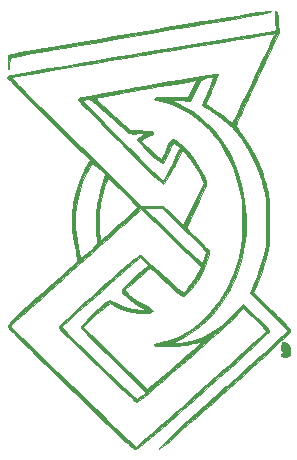
<source format=gbr>
G04 #@! TF.FileFunction,Legend,Bot*
%FSLAX46Y46*%
G04 Gerber Fmt 4.6, Leading zero omitted, Abs format (unit mm)*
G04 Created by KiCad (PCBNEW 4.0.2+dfsg1-stable) date Sun 24 Sep 2017 09:19:22 PM CDT*
%MOMM*%
G01*
G04 APERTURE LIST*
%ADD10C,0.100000*%
%ADD11C,0.010000*%
G04 APERTURE END LIST*
D10*
D11*
G36*
X57139118Y-97852229D02*
X57230827Y-97966216D01*
X57434767Y-98189433D01*
X57742011Y-98512810D01*
X58143634Y-98927279D01*
X58630710Y-99423769D01*
X59194313Y-99993210D01*
X59825518Y-100626532D01*
X60515397Y-101314667D01*
X61255027Y-102048543D01*
X61756663Y-102544243D01*
X64104002Y-104860154D01*
X63731700Y-105549910D01*
X63275263Y-106508614D01*
X62948884Y-107467313D01*
X62742918Y-108466084D01*
X62647718Y-109545005D01*
X62638498Y-110092000D01*
X62652145Y-110735755D01*
X62693310Y-111280070D01*
X62768619Y-111793543D01*
X62834824Y-112124000D01*
X62917809Y-112513403D01*
X62988933Y-112860246D01*
X63039052Y-113119196D01*
X63056847Y-113224666D01*
X63051039Y-113294469D01*
X63008116Y-113384196D01*
X62916095Y-113505706D01*
X62762990Y-113670862D01*
X62536816Y-113891525D01*
X62225589Y-114179554D01*
X61817325Y-114546813D01*
X61300038Y-115005161D01*
X60918119Y-115341333D01*
X60068864Y-116090078D01*
X59342666Y-116735840D01*
X58733069Y-117284726D01*
X58233616Y-117742842D01*
X57837850Y-118116293D01*
X57539317Y-118411185D01*
X57331559Y-118633624D01*
X57208120Y-118789716D01*
X57162543Y-118885566D01*
X57161999Y-118893547D01*
X57222352Y-118990020D01*
X57398563Y-119195503D01*
X57683365Y-119502759D01*
X58069490Y-119904553D01*
X58549670Y-120393645D01*
X59116638Y-120962800D01*
X59763125Y-121604780D01*
X60481863Y-122312349D01*
X61265586Y-123078267D01*
X62107024Y-123895300D01*
X62998910Y-124756209D01*
X63933976Y-125653758D01*
X64360007Y-126061092D01*
X65100210Y-126767324D01*
X65728321Y-127364876D01*
X66254164Y-127862588D01*
X66687565Y-128269296D01*
X67038346Y-128593839D01*
X67316333Y-128845055D01*
X67531350Y-129031781D01*
X67693221Y-129162855D01*
X67811770Y-129247116D01*
X67896822Y-129293401D01*
X67958201Y-129310548D01*
X67973001Y-129311333D01*
X68040018Y-129301562D01*
X68126726Y-129265533D01*
X68245598Y-129193171D01*
X68409110Y-129074403D01*
X68629735Y-128899154D01*
X68919949Y-128657350D01*
X69292227Y-128338917D01*
X69759042Y-127933780D01*
X70332869Y-127431867D01*
X70708666Y-127102080D01*
X71917156Y-126039249D01*
X73051795Y-125038373D01*
X74107895Y-124103677D01*
X75080768Y-123239389D01*
X75965725Y-122449735D01*
X76758078Y-121738944D01*
X77453140Y-121111241D01*
X78046221Y-120570854D01*
X78532633Y-120122010D01*
X78907688Y-119768936D01*
X79166698Y-119515860D01*
X79304975Y-119367007D01*
X79327919Y-119330797D01*
X79285130Y-119216386D01*
X79129539Y-119014888D01*
X78855904Y-118720466D01*
X78458979Y-118327279D01*
X78230298Y-118108556D01*
X77107091Y-117043350D01*
X76299712Y-117872217D01*
X75945388Y-118224604D01*
X75575231Y-118573650D01*
X75232793Y-118879355D01*
X74961624Y-119101718D01*
X74958563Y-119104032D01*
X74297137Y-119520556D01*
X73516574Y-119872991D01*
X72659824Y-120146257D01*
X71769838Y-120325273D01*
X71343666Y-120373278D01*
X71039960Y-120397031D01*
X70887815Y-120401935D01*
X70870076Y-120383606D01*
X70969590Y-120337661D01*
X71062143Y-120301337D01*
X72117043Y-119811559D01*
X73092432Y-119188020D01*
X74007114Y-118417778D01*
X74453805Y-117966945D01*
X75258814Y-116984837D01*
X75939383Y-115893738D01*
X76491271Y-114703931D01*
X76910238Y-113425697D01*
X77192045Y-112069318D01*
X77307922Y-111046304D01*
X77337976Y-109615426D01*
X77214232Y-108206720D01*
X76940941Y-106837061D01*
X76522351Y-105523320D01*
X75962712Y-104282372D01*
X75342702Y-103242812D01*
X74641561Y-102337208D01*
X73826009Y-101516816D01*
X72925007Y-100806304D01*
X71967516Y-100230339D01*
X71597666Y-100053121D01*
X70920333Y-99751291D01*
X71767000Y-99798093D01*
X72613666Y-99844895D01*
X73017989Y-99003338D01*
X73194042Y-98648558D01*
X73355837Y-98343335D01*
X73482928Y-98125080D01*
X73544956Y-98039138D01*
X73679443Y-97968411D01*
X73906948Y-97900264D01*
X74167929Y-97846363D01*
X74402842Y-97818372D01*
X74552144Y-97827955D01*
X74569905Y-97838349D01*
X74551727Y-97925742D01*
X74474544Y-98139061D01*
X74349462Y-98450093D01*
X74187583Y-98830628D01*
X74108272Y-99011207D01*
X73933300Y-99415360D01*
X73790048Y-99764522D01*
X73689765Y-100029788D01*
X73643698Y-100182257D01*
X73643328Y-100205889D01*
X73729357Y-100274392D01*
X73925744Y-100402100D01*
X74195280Y-100565163D01*
X74290040Y-100620416D01*
X75261311Y-101279073D01*
X76139112Y-102077076D01*
X76921077Y-103011034D01*
X77604840Y-104077557D01*
X78188034Y-105273252D01*
X78668294Y-106594731D01*
X78817930Y-107109379D01*
X78887767Y-107373074D01*
X78941457Y-107605944D01*
X78981154Y-107835850D01*
X79009016Y-108090652D01*
X79027196Y-108398212D01*
X79037851Y-108786391D01*
X79043137Y-109283050D01*
X79045207Y-109916051D01*
X79045409Y-110049666D01*
X79048333Y-112166333D01*
X78776670Y-113143783D01*
X78639678Y-113607893D01*
X78484897Y-114087074D01*
X78334297Y-114515247D01*
X78241792Y-114752450D01*
X78094358Y-115109299D01*
X77952586Y-115457940D01*
X77845256Y-115727547D01*
X77838465Y-115745010D01*
X77698355Y-116106353D01*
X79289568Y-117699222D01*
X80880781Y-119292090D01*
X79922224Y-120180493D01*
X79667126Y-120414781D01*
X79302341Y-120746732D01*
X78844556Y-121161302D01*
X78310460Y-121643447D01*
X77716742Y-122178124D01*
X77080089Y-122750289D01*
X76417190Y-123344898D01*
X75744733Y-123946907D01*
X75661666Y-124021186D01*
X74663789Y-124913622D01*
X73785234Y-125700065D01*
X73018899Y-126387176D01*
X72357681Y-126981616D01*
X71794479Y-127490045D01*
X71322191Y-127919123D01*
X70933714Y-128275512D01*
X70621947Y-128565871D01*
X70379787Y-128796862D01*
X70200132Y-128975145D01*
X70075880Y-129107380D01*
X69999930Y-129200228D01*
X69965178Y-129260350D01*
X69964522Y-129294406D01*
X69990862Y-129309056D01*
X70020817Y-129311333D01*
X70094992Y-129256538D01*
X70283609Y-129099041D01*
X70575028Y-128849168D01*
X70957605Y-128517249D01*
X71419698Y-128113612D01*
X71949666Y-127648585D01*
X72535864Y-127132498D01*
X73166652Y-126575678D01*
X73830387Y-125988454D01*
X74515426Y-125381155D01*
X75210127Y-124764109D01*
X75902848Y-124147644D01*
X76581946Y-123542088D01*
X77235779Y-122957772D01*
X77852705Y-122405022D01*
X78421081Y-121894167D01*
X78929265Y-121435537D01*
X79365614Y-121039458D01*
X79718487Y-120716261D01*
X79917344Y-120531663D01*
X80268498Y-120198562D01*
X80578522Y-119896553D01*
X80824889Y-119648210D01*
X80985072Y-119476101D01*
X81033970Y-119412862D01*
X81054857Y-119233815D01*
X80958999Y-119032971D01*
X80855151Y-118908034D01*
X80648346Y-118686308D01*
X80358205Y-118387832D01*
X80004349Y-118032644D01*
X79606398Y-117640781D01*
X79389589Y-117430175D01*
X77973432Y-116061000D01*
X78271802Y-115369593D01*
X78608120Y-114514811D01*
X78899599Y-113625560D01*
X79126049Y-112767381D01*
X79226628Y-112269927D01*
X79275754Y-111939156D01*
X79309405Y-111586841D01*
X79328754Y-111180667D01*
X79334978Y-110688316D01*
X79329251Y-110077472D01*
X79321196Y-109668666D01*
X79306111Y-109052667D01*
X79289444Y-108572467D01*
X79267554Y-108194542D01*
X79236802Y-107885371D01*
X79193550Y-107611432D01*
X79134158Y-107339201D01*
X79054987Y-107035156D01*
X79022480Y-106917000D01*
X78904561Y-106501088D01*
X78788252Y-106107288D01*
X78688986Y-105787022D01*
X78635025Y-105626069D01*
X78463443Y-105213018D01*
X78218651Y-104708392D01*
X77925887Y-104158392D01*
X77610386Y-103609219D01*
X77297386Y-103107075D01*
X77104128Y-102823432D01*
X76882384Y-102511238D01*
X76695087Y-102244612D01*
X76565765Y-102057216D01*
X76521412Y-101989666D01*
X76513787Y-101953407D01*
X76523675Y-101887535D01*
X76555897Y-101781354D01*
X76615274Y-101624170D01*
X76706628Y-101405289D01*
X76834779Y-101114015D01*
X77004549Y-100739655D01*
X77220758Y-100271512D01*
X77488229Y-99698893D01*
X77811782Y-99011103D01*
X78196238Y-98197448D01*
X78646419Y-97247231D01*
X78906013Y-96699975D01*
X80178465Y-94018284D01*
X80087898Y-93122808D01*
X80039356Y-92700799D01*
X79991940Y-92425742D01*
X79940381Y-92275376D01*
X79879408Y-92227440D01*
X79875880Y-92227333D01*
X79820844Y-92253155D01*
X79791384Y-92349619D01*
X79785329Y-92545226D01*
X79800508Y-92868474D01*
X79812982Y-93053237D01*
X79871536Y-93879141D01*
X79744119Y-93900299D01*
X79744119Y-94131447D01*
X79768000Y-94149735D01*
X79732892Y-94232721D01*
X79632236Y-94453741D01*
X79473028Y-94797822D01*
X79262265Y-95249990D01*
X79006945Y-95795275D01*
X78714065Y-96418702D01*
X78390621Y-97105300D01*
X78043613Y-97840096D01*
X78020815Y-97888308D01*
X77670996Y-98626922D01*
X77342213Y-99318934D01*
X77041718Y-99949238D01*
X76776762Y-100502725D01*
X76554596Y-100964288D01*
X76382471Y-101318821D01*
X76267638Y-101551216D01*
X76217348Y-101646366D01*
X76216605Y-101647309D01*
X76130090Y-101626859D01*
X75946664Y-101517883D01*
X75698962Y-101340902D01*
X75571956Y-101241935D01*
X75220994Y-100975528D01*
X74836640Y-100705579D01*
X74494786Y-100485119D01*
X74455166Y-100461533D01*
X74196744Y-100300086D01*
X74008279Y-100163841D01*
X73926834Y-100079862D01*
X73926000Y-100075110D01*
X73958536Y-99973361D01*
X74047593Y-99748316D01*
X74180345Y-99431164D01*
X74343965Y-99053089D01*
X74380165Y-98970868D01*
X74554965Y-98570914D01*
X74708188Y-98212735D01*
X74824743Y-97932142D01*
X74889541Y-97764942D01*
X74893871Y-97751833D01*
X74913889Y-97704509D01*
X74936502Y-97662047D01*
X74951756Y-97625849D01*
X74949699Y-97597317D01*
X74920379Y-97577856D01*
X74853844Y-97568867D01*
X74740141Y-97571753D01*
X74569319Y-97587918D01*
X74331424Y-97618764D01*
X74016506Y-97665694D01*
X73614610Y-97730110D01*
X73120516Y-97812626D01*
X73120516Y-98085692D01*
X73124344Y-98086303D01*
X73100543Y-98167971D01*
X73015940Y-98366578D01*
X72885659Y-98647708D01*
X72796929Y-98831333D01*
X72444333Y-99551000D01*
X71087478Y-99519456D01*
X70566472Y-99509567D01*
X70189216Y-99509025D01*
X69930295Y-99519576D01*
X69764297Y-99542967D01*
X69665808Y-99580946D01*
X69620763Y-99620287D01*
X69571100Y-99709192D01*
X69632215Y-99762647D01*
X69832977Y-99805719D01*
X69834618Y-99805989D01*
X70806458Y-100045924D01*
X71771675Y-100436314D01*
X72699857Y-100959962D01*
X73560595Y-101599669D01*
X74323478Y-102338238D01*
X74335123Y-102351212D01*
X75047126Y-103260402D01*
X75675322Y-104295022D01*
X76206346Y-105426516D01*
X76626829Y-106626326D01*
X76923408Y-107865898D01*
X76927941Y-107890666D01*
X76986814Y-108343207D01*
X77026695Y-108919139D01*
X77047643Y-109573592D01*
X77049716Y-110261698D01*
X77032971Y-110938589D01*
X76997468Y-111559397D01*
X76943265Y-112079253D01*
X76922330Y-112214913D01*
X76649805Y-113406807D01*
X76251040Y-114566708D01*
X75738914Y-115673000D01*
X75126305Y-116704063D01*
X74426092Y-117638280D01*
X73651153Y-118454033D01*
X72814368Y-119129701D01*
X72795034Y-119143053D01*
X72321805Y-119429190D01*
X71752118Y-119713793D01*
X71154177Y-119966448D01*
X70596183Y-120156744D01*
X70412333Y-120205540D01*
X70014316Y-120301492D01*
X69755854Y-120368469D01*
X69611683Y-120416346D01*
X69556543Y-120454998D01*
X69565172Y-120494301D01*
X69593697Y-120525564D01*
X69718292Y-120559907D01*
X70003212Y-120579486D01*
X70440073Y-120584036D01*
X71020488Y-120573291D01*
X71062720Y-120572065D01*
X71615537Y-120552411D01*
X72037117Y-120527639D01*
X72365556Y-120492971D01*
X72638951Y-120443630D01*
X72895398Y-120374840D01*
X73058166Y-120321838D01*
X73348497Y-120225805D01*
X73564707Y-120159950D01*
X73668194Y-120135874D01*
X73672000Y-120137339D01*
X73611323Y-120199147D01*
X73441332Y-120356502D01*
X73180085Y-120593370D01*
X72845638Y-120893718D01*
X72456049Y-121241513D01*
X72029375Y-121620721D01*
X71583674Y-122015308D01*
X71137004Y-122409242D01*
X70707421Y-122786488D01*
X70312984Y-123131014D01*
X69971750Y-123426786D01*
X69833896Y-123545243D01*
X69003456Y-124256152D01*
X68564894Y-123836430D01*
X68403169Y-123681218D01*
X68136435Y-123424706D01*
X67781564Y-123083143D01*
X67355432Y-122672780D01*
X66874913Y-122209865D01*
X66356881Y-121710650D01*
X65826287Y-121199170D01*
X63526241Y-118981633D01*
X64344620Y-118226098D01*
X64685386Y-117914881D01*
X65013860Y-117620842D01*
X65293360Y-117376457D01*
X65487201Y-117214200D01*
X65491936Y-117210444D01*
X65820873Y-116950326D01*
X66092894Y-117118444D01*
X66786492Y-117453546D01*
X67592706Y-117674935D01*
X68409910Y-117773511D01*
X68811138Y-117793347D01*
X69077669Y-117796073D01*
X69243601Y-117778048D01*
X69343033Y-117735636D01*
X69408807Y-117666926D01*
X69450032Y-117589280D01*
X69430555Y-117517890D01*
X69326906Y-117433509D01*
X69115617Y-117316888D01*
X68782514Y-117153257D01*
X68438900Y-116968034D01*
X68088850Y-116746007D01*
X67757166Y-116507497D01*
X67468645Y-116272822D01*
X67248087Y-116062301D01*
X67120292Y-115896255D01*
X67110057Y-115795001D01*
X67117130Y-115788722D01*
X67209682Y-115711729D01*
X67404408Y-115543333D01*
X67677022Y-115304742D01*
X68003238Y-115017166D01*
X68186902Y-114854500D01*
X68527533Y-114555549D01*
X68824354Y-114301113D01*
X69054232Y-114110549D01*
X69194032Y-114003213D01*
X69224130Y-113986666D01*
X69302022Y-114041953D01*
X69481404Y-114195272D01*
X69741204Y-114427814D01*
X70060350Y-114720768D01*
X70355692Y-114996772D01*
X70822840Y-115435254D01*
X71184797Y-115769715D01*
X71458741Y-116013183D01*
X71661846Y-116178687D01*
X71811289Y-116279254D01*
X71924246Y-116327912D01*
X72017892Y-116337689D01*
X72104143Y-116322947D01*
X72257123Y-116227764D01*
X72472336Y-116020570D01*
X72723530Y-115733731D01*
X72984453Y-115399611D01*
X73228853Y-115050575D01*
X73430477Y-114718989D01*
X73477958Y-114629218D01*
X73606704Y-114355278D01*
X73766332Y-113987281D01*
X73929048Y-113590008D01*
X73984460Y-113448597D01*
X74126277Y-113061535D01*
X74202745Y-112794742D01*
X74221142Y-112615519D01*
X74194761Y-112503585D01*
X74104460Y-112381332D01*
X73913787Y-112171394D01*
X73647790Y-111899860D01*
X73331516Y-111592815D01*
X73214192Y-111482362D01*
X72895301Y-111178408D01*
X72626378Y-110910325D01*
X72429565Y-110701107D01*
X72327005Y-110573751D01*
X72317333Y-110550960D01*
X72352807Y-110450182D01*
X72452083Y-110220742D01*
X72604444Y-109886033D01*
X72799173Y-109469447D01*
X73025552Y-108994376D01*
X73124522Y-108789165D01*
X73364745Y-108286769D01*
X73580806Y-107823473D01*
X73761079Y-107425137D01*
X73893939Y-107117622D01*
X73967757Y-106926790D01*
X73977656Y-106891551D01*
X73958814Y-106685829D01*
X73856341Y-106376165D01*
X73687097Y-105994906D01*
X73467942Y-105574402D01*
X73215734Y-105147000D01*
X72947335Y-104745050D01*
X72679603Y-104400900D01*
X72679500Y-104400781D01*
X72337606Y-104024452D01*
X71992613Y-103682062D01*
X71669705Y-103395367D01*
X71394063Y-103186119D01*
X71190872Y-103076072D01*
X71132774Y-103064666D01*
X71039342Y-103110012D01*
X70926822Y-103258981D01*
X70783270Y-103530973D01*
X70611449Y-103911333D01*
X70457467Y-104254010D01*
X70322716Y-104530139D01*
X70223413Y-104707917D01*
X70179706Y-104758000D01*
X70096971Y-104704789D01*
X69919679Y-104562569D01*
X69677448Y-104357458D01*
X69399896Y-104115573D01*
X69116641Y-103863033D01*
X68857300Y-103625955D01*
X68651492Y-103430458D01*
X68528835Y-103302660D01*
X68527455Y-103301000D01*
X68472231Y-103195626D01*
X68514395Y-103101951D01*
X68674657Y-103001819D01*
X68973731Y-102877074D01*
X69039264Y-102852339D01*
X69281040Y-102750725D01*
X69450394Y-102658839D01*
X69493320Y-102621397D01*
X69511113Y-102508330D01*
X69397312Y-102426963D01*
X69141796Y-102374681D01*
X68734442Y-102348871D01*
X68423318Y-102345000D01*
X67501664Y-102345000D01*
X66025168Y-100990333D01*
X65538056Y-100539691D01*
X65169278Y-100189270D01*
X64908967Y-99928661D01*
X64747257Y-99747459D01*
X64674280Y-99635256D01*
X64680172Y-99581644D01*
X64686502Y-99578315D01*
X64795149Y-99552356D01*
X65048386Y-99501665D01*
X65426981Y-99429641D01*
X65911704Y-99339685D01*
X66483322Y-99235197D01*
X67122606Y-99119579D01*
X67810323Y-98996231D01*
X68527243Y-98868552D01*
X69254135Y-98739945D01*
X69971768Y-98613808D01*
X70660909Y-98493544D01*
X71302330Y-98382551D01*
X71876797Y-98284232D01*
X72365080Y-98201986D01*
X72747949Y-98139213D01*
X73006171Y-98099315D01*
X73120516Y-98085692D01*
X73120516Y-97812626D01*
X73115786Y-97813416D01*
X72510080Y-97917015D01*
X71787541Y-98042309D01*
X70938217Y-98190701D01*
X69952154Y-98363594D01*
X68819401Y-98562391D01*
X67530006Y-98788494D01*
X67491333Y-98795270D01*
X66675309Y-98938619D01*
X65907278Y-99074264D01*
X65203932Y-99199207D01*
X64581960Y-99310450D01*
X64058052Y-99404992D01*
X63924724Y-99429380D01*
X63924724Y-99675920D01*
X64069498Y-99701062D01*
X64231224Y-99776272D01*
X64430779Y-99914187D01*
X64689042Y-100127447D01*
X65026890Y-100428690D01*
X65465202Y-100830554D01*
X65535789Y-100895580D01*
X66068626Y-101387276D01*
X66493346Y-101777368D01*
X66828003Y-102077185D01*
X67090653Y-102298058D01*
X67299348Y-102451317D01*
X67472145Y-102548293D01*
X67627098Y-102600316D01*
X67782262Y-102618717D01*
X67955690Y-102614825D01*
X68165438Y-102599972D01*
X68243348Y-102594743D01*
X68973000Y-102548885D01*
X68576656Y-102763106D01*
X68343179Y-102899173D01*
X68176036Y-103014806D01*
X68128464Y-103061217D01*
X68154240Y-103168332D01*
X68287849Y-103357278D01*
X68504943Y-103605464D01*
X68781168Y-103890297D01*
X69092175Y-104189187D01*
X69413611Y-104479541D01*
X69721126Y-104738768D01*
X69990368Y-104944277D01*
X70196986Y-105073475D01*
X70316629Y-105103772D01*
X70324913Y-105098951D01*
X70398298Y-104989863D01*
X70517848Y-104760271D01*
X70665562Y-104446376D01*
X70789430Y-104164717D01*
X70952332Y-103791564D01*
X71068538Y-103553180D01*
X71153361Y-103426763D01*
X71222112Y-103389511D01*
X71290105Y-103418622D01*
X71290335Y-103418795D01*
X71563906Y-103635848D01*
X71705677Y-103774587D01*
X71724666Y-103813185D01*
X71689025Y-103899906D01*
X71589997Y-104113492D01*
X71439427Y-104429100D01*
X71249159Y-104821890D01*
X71044643Y-105239396D01*
X70824851Y-105679336D01*
X70627859Y-106061397D01*
X70466540Y-106361593D01*
X70353765Y-106555935D01*
X70303418Y-106620666D01*
X70233973Y-106562444D01*
X70055865Y-106394866D01*
X69779913Y-106128565D01*
X69416938Y-105774174D01*
X68977760Y-105342325D01*
X68473200Y-104843651D01*
X67914077Y-104288786D01*
X67311213Y-103688361D01*
X66819456Y-103197124D01*
X66090378Y-102467211D01*
X65473216Y-101847460D01*
X64959602Y-101328844D01*
X64541173Y-100902333D01*
X64209563Y-100558900D01*
X63956406Y-100289517D01*
X63773337Y-100085155D01*
X63651991Y-99936786D01*
X63584002Y-99835382D01*
X63561004Y-99771914D01*
X63574633Y-99737355D01*
X63602515Y-99725284D01*
X63776022Y-99688207D01*
X63924724Y-99675920D01*
X63924724Y-99429380D01*
X63648900Y-99479835D01*
X63371193Y-99531981D01*
X63241622Y-99558429D01*
X63236833Y-99559730D01*
X63111297Y-99646895D01*
X63088666Y-99708951D01*
X63147085Y-99785992D01*
X63315352Y-99971410D01*
X63582980Y-100254449D01*
X63939482Y-100624349D01*
X64374373Y-101070353D01*
X64877165Y-101581702D01*
X65437373Y-102147638D01*
X66044509Y-102757403D01*
X66638902Y-103351231D01*
X67484148Y-104191027D01*
X68214626Y-104911260D01*
X68832952Y-105514410D01*
X69341742Y-106002959D01*
X69743612Y-106379387D01*
X70041177Y-106646177D01*
X70237052Y-106805808D01*
X70333853Y-106860763D01*
X70338392Y-106860559D01*
X70437416Y-106771440D01*
X70600118Y-106533969D01*
X70822362Y-106154951D01*
X71100011Y-105641194D01*
X71221359Y-105407833D01*
X71955072Y-103983851D01*
X72268943Y-104349758D01*
X72599770Y-104770500D01*
X72941958Y-105264751D01*
X73257071Y-105772892D01*
X73506673Y-106235307D01*
X73564143Y-106358705D01*
X73773954Y-106832333D01*
X72031856Y-110330677D01*
X71179761Y-109530662D01*
X70327666Y-108730648D01*
X70211823Y-108733450D01*
X70211823Y-108899911D01*
X72105910Y-110744788D01*
X72654353Y-111281463D01*
X73090009Y-111714086D01*
X73423641Y-112054409D01*
X73666012Y-112314179D01*
X73827883Y-112505147D01*
X73920016Y-112639062D01*
X73953174Y-112727672D01*
X73950904Y-112759000D01*
X73889502Y-112955534D01*
X73807030Y-113202964D01*
X73801201Y-113219901D01*
X73712879Y-113419985D01*
X73626097Y-113534106D01*
X73613957Y-113540347D01*
X73535916Y-113489893D01*
X73350119Y-113333726D01*
X73070108Y-113084284D01*
X72709429Y-112754003D01*
X72281626Y-112355323D01*
X71800243Y-111900680D01*
X71278825Y-111402513D01*
X71129773Y-111259113D01*
X68732225Y-108949000D01*
X69472024Y-108924455D01*
X70211823Y-108899911D01*
X70211823Y-108733450D01*
X68514060Y-108774526D01*
X68464095Y-108725283D01*
X68464095Y-109011224D01*
X70061759Y-110546445D01*
X70558090Y-111023194D01*
X71074748Y-111519146D01*
X71580382Y-112004227D01*
X72043637Y-112448365D01*
X72433164Y-112821486D01*
X72602211Y-112983236D01*
X73545000Y-113884805D01*
X73340683Y-114278269D01*
X73206710Y-114509409D01*
X73015218Y-114806353D01*
X72791117Y-115134263D01*
X72559316Y-115458303D01*
X72344723Y-115743637D01*
X72172248Y-115955428D01*
X72068086Y-116058062D01*
X71972493Y-116024271D01*
X71775168Y-115884055D01*
X71493515Y-115651322D01*
X71144940Y-115339982D01*
X70994703Y-115200339D01*
X70267721Y-114522284D01*
X69657974Y-113963565D01*
X69163911Y-113522833D01*
X68783983Y-113198744D01*
X68516638Y-112989950D01*
X68380333Y-112907245D01*
X68380333Y-113067825D01*
X68697833Y-113375095D01*
X68877035Y-113557025D01*
X68992163Y-113690235D01*
X69015333Y-113730758D01*
X68955067Y-113802996D01*
X68793141Y-113957411D01*
X68557863Y-114167634D01*
X68401500Y-114302566D01*
X67808144Y-114824350D01*
X67356550Y-115256861D01*
X67047036Y-115599747D01*
X66879922Y-115852656D01*
X66853065Y-116008370D01*
X66953541Y-116155316D01*
X67164199Y-116363986D01*
X67450894Y-116607535D01*
X67779483Y-116859120D01*
X68115820Y-117091897D01*
X68425763Y-117279025D01*
X68549666Y-117342193D01*
X68973000Y-117541012D01*
X68507333Y-117540588D01*
X67785297Y-117468985D01*
X67028693Y-117264172D01*
X66392478Y-116993245D01*
X66109021Y-116852904D01*
X65888598Y-116748276D01*
X65770611Y-116697943D01*
X65762175Y-116696000D01*
X65650380Y-116752727D01*
X65445109Y-116907763D01*
X65170556Y-117138385D01*
X64850915Y-117421873D01*
X64510376Y-117735505D01*
X64173134Y-118056560D01*
X63863381Y-118362316D01*
X63605310Y-118630054D01*
X63423113Y-118837050D01*
X63340984Y-118960585D01*
X63338698Y-118972067D01*
X63396638Y-119057770D01*
X63564098Y-119248921D01*
X63829032Y-119533086D01*
X64179393Y-119897833D01*
X64603135Y-120330731D01*
X65088212Y-120819348D01*
X65622577Y-121351250D01*
X66097958Y-121819694D01*
X68861186Y-124530388D01*
X68470393Y-124811034D01*
X68079601Y-125091680D01*
X67764300Y-124816540D01*
X67588439Y-124657426D01*
X67319760Y-124406917D01*
X66972415Y-124078722D01*
X66560553Y-123686549D01*
X66098326Y-123244105D01*
X65599882Y-122765099D01*
X65079372Y-122263236D01*
X64550947Y-121752226D01*
X64028756Y-121245776D01*
X63526949Y-120757594D01*
X63059677Y-120301387D01*
X62641090Y-119890863D01*
X62285338Y-119539730D01*
X62006571Y-119261696D01*
X61818939Y-119070468D01*
X61736592Y-118979753D01*
X61734000Y-118974795D01*
X61795469Y-118904377D01*
X61970686Y-118734899D01*
X62245863Y-118478694D01*
X62607212Y-118148096D01*
X63040945Y-117755438D01*
X63533274Y-117313055D01*
X64070412Y-116833280D01*
X64638571Y-116328445D01*
X65223962Y-115810886D01*
X65812800Y-115292935D01*
X66391294Y-114786926D01*
X66945659Y-114305193D01*
X67195000Y-114089770D01*
X68380333Y-113067825D01*
X68380333Y-112907245D01*
X68360326Y-112895105D01*
X68332871Y-112888583D01*
X68228662Y-112943110D01*
X68015455Y-113099882D01*
X67707603Y-113346050D01*
X67319462Y-113668767D01*
X66865386Y-114055184D01*
X66359729Y-114492453D01*
X65816846Y-114967726D01*
X65251092Y-115468154D01*
X64676821Y-115980890D01*
X64108387Y-116493085D01*
X63560146Y-116991891D01*
X63046451Y-117464460D01*
X62581658Y-117897944D01*
X62180120Y-118279494D01*
X61856192Y-118596262D01*
X61624230Y-118835400D01*
X61498587Y-118984059D01*
X61480000Y-119022333D01*
X61539257Y-119099636D01*
X61708694Y-119281197D01*
X61975805Y-119554557D01*
X62328085Y-119907259D01*
X62753031Y-120326845D01*
X63238137Y-120800856D01*
X63770898Y-121316835D01*
X64125833Y-121658280D01*
X64911050Y-122411351D01*
X65583456Y-123055242D01*
X66152121Y-123598328D01*
X66626113Y-124048984D01*
X67014501Y-124415586D01*
X67326355Y-124706507D01*
X67570742Y-124930124D01*
X67756733Y-125094811D01*
X67893396Y-125208944D01*
X67989799Y-125280897D01*
X68055012Y-125319045D01*
X68098104Y-125331764D01*
X68103919Y-125332000D01*
X68206460Y-125275756D01*
X68428163Y-125110373D01*
X68763127Y-124840872D01*
X69205450Y-124472274D01*
X69749229Y-124009602D01*
X70388565Y-123457877D01*
X71117554Y-122822121D01*
X71930295Y-122107355D01*
X72820886Y-121318600D01*
X72825333Y-121314650D01*
X73338916Y-120859718D01*
X73852816Y-120406996D01*
X74341453Y-119978836D01*
X74779248Y-119597589D01*
X75140621Y-119285607D01*
X75389600Y-119073943D01*
X75755163Y-118754406D01*
X76132030Y-118403093D01*
X76464661Y-118072702D01*
X76618897Y-117907557D01*
X77104260Y-117364568D01*
X78099844Y-118309906D01*
X78474135Y-118668854D01*
X78737659Y-118932330D01*
X78905298Y-119118384D01*
X78991930Y-119245062D01*
X79012438Y-119330413D01*
X78987214Y-119386140D01*
X78905018Y-119465957D01*
X78708311Y-119647529D01*
X78409083Y-119920045D01*
X78019325Y-120272691D01*
X77551025Y-120694655D01*
X77016173Y-121175126D01*
X76426758Y-121703290D01*
X75794771Y-122268334D01*
X75450000Y-122576082D01*
X74727964Y-123219718D01*
X73982942Y-123882928D01*
X73236123Y-124546910D01*
X72508698Y-125192859D01*
X71821854Y-125801971D01*
X71196783Y-126355442D01*
X70654674Y-126834470D01*
X70216715Y-127220250D01*
X70200666Y-127234352D01*
X69722354Y-127654622D01*
X69277535Y-128045570D01*
X68884438Y-128391167D01*
X68561288Y-128675386D01*
X68326315Y-128882198D01*
X68197744Y-128995575D01*
X68189147Y-129003191D01*
X67997961Y-129172805D01*
X67130814Y-128328828D01*
X66923994Y-128128177D01*
X66607433Y-127821929D01*
X66193392Y-127421914D01*
X65694136Y-126939961D01*
X65121926Y-126387899D01*
X64489026Y-125777557D01*
X63807698Y-125120764D01*
X63090204Y-124429349D01*
X62348809Y-123715141D01*
X61839833Y-123224970D01*
X61116792Y-122527873D01*
X60430510Y-121864557D01*
X59790597Y-121244414D01*
X59206663Y-120676836D01*
X58688317Y-120171215D01*
X58245171Y-119736942D01*
X57886833Y-119383409D01*
X57622914Y-119120008D01*
X57463023Y-118956131D01*
X57416000Y-118901617D01*
X57476217Y-118826575D01*
X57642436Y-118660835D01*
X57893003Y-118424958D01*
X58206268Y-118139504D01*
X58410138Y-117957572D01*
X58701978Y-117698140D01*
X59098485Y-117344280D01*
X59578530Y-116914919D01*
X60120984Y-116428986D01*
X60704719Y-115905408D01*
X61308606Y-115363113D01*
X61911518Y-114821028D01*
X61944971Y-114790928D01*
X62559990Y-114238522D01*
X63188484Y-113675793D01*
X63807190Y-113123447D01*
X64392846Y-112602189D01*
X64922189Y-112132724D01*
X65371957Y-111735759D01*
X65713333Y-111436827D01*
X66164934Y-111043020D01*
X66636040Y-110630600D01*
X67087069Y-110234329D01*
X67478434Y-109888967D01*
X67702547Y-109690011D01*
X68464095Y-109011224D01*
X68464095Y-108725283D01*
X66711530Y-106998029D01*
X66310349Y-106602950D01*
X65806257Y-106107025D01*
X65634125Y-105937791D01*
X65634125Y-106359041D01*
X66902293Y-107566660D01*
X67281289Y-107931784D01*
X67612854Y-108259315D01*
X67879164Y-108530971D01*
X68062394Y-108728467D01*
X68144718Y-108833518D01*
X68147307Y-108843744D01*
X68080070Y-108917278D01*
X67903650Y-109086567D01*
X67635772Y-109335265D01*
X67294165Y-109647022D01*
X66896555Y-110005490D01*
X66606589Y-110264605D01*
X66180164Y-110642157D01*
X65794966Y-110979056D01*
X65469107Y-111259797D01*
X65220697Y-111468878D01*
X65067851Y-111590795D01*
X65027780Y-111616000D01*
X64993895Y-111537883D01*
X64955236Y-111328996D01*
X64918183Y-111027534D01*
X64904014Y-110875166D01*
X64882625Y-110170251D01*
X64923344Y-109390040D01*
X65018890Y-108585779D01*
X65161978Y-107808711D01*
X65345328Y-107110082D01*
X65500261Y-106679422D01*
X65634125Y-106359041D01*
X65634125Y-105937791D01*
X65217264Y-105527945D01*
X64561382Y-104883406D01*
X64387325Y-104712426D01*
X64387325Y-105154297D01*
X64496533Y-105235616D01*
X64692770Y-105395582D01*
X64935708Y-105601240D01*
X64962375Y-105624222D01*
X65439084Y-106035782D01*
X65146789Y-106937184D01*
X65002427Y-107436719D01*
X64864263Y-108008116D01*
X64754266Y-108557062D01*
X64720353Y-108767866D01*
X64661400Y-109229833D01*
X64631719Y-109632843D01*
X64629903Y-110041711D01*
X64654543Y-110521253D01*
X64676096Y-110804740D01*
X64765981Y-111912333D01*
X64371823Y-112278176D01*
X64099654Y-112524210D01*
X63820523Y-112766362D01*
X63666731Y-112893924D01*
X63355795Y-113143830D01*
X63227953Y-112697415D01*
X62999318Y-111642247D01*
X62892921Y-110530733D01*
X62907141Y-109402794D01*
X63040353Y-108298349D01*
X63290936Y-107257320D01*
X63469854Y-106747273D01*
X63657056Y-106304461D01*
X63850778Y-105900048D01*
X64036538Y-105559181D01*
X64199851Y-105307007D01*
X64326235Y-105168673D01*
X64387325Y-105154297D01*
X64387325Y-104712426D01*
X63856620Y-104191099D01*
X63120990Y-103468720D01*
X62372500Y-102733959D01*
X61629163Y-102004512D01*
X61155246Y-101539599D01*
X60389280Y-100788015D01*
X59736087Y-100146032D01*
X59187401Y-99604831D01*
X58734952Y-99155597D01*
X58370472Y-98789512D01*
X58085694Y-98497760D01*
X57872350Y-98271524D01*
X57722171Y-98101987D01*
X57626889Y-97980331D01*
X57578236Y-97897740D01*
X57567943Y-97845398D01*
X57587744Y-97814487D01*
X57629369Y-97796190D01*
X57641580Y-97792726D01*
X57753510Y-97771167D01*
X58022404Y-97723886D01*
X58438130Y-97652575D01*
X58990551Y-97558923D01*
X59669533Y-97444623D01*
X60464942Y-97311365D01*
X61366643Y-97160842D01*
X62364501Y-96994745D01*
X63448383Y-96814764D01*
X64608152Y-96622592D01*
X65833675Y-96419919D01*
X67114818Y-96208437D01*
X68441445Y-95989837D01*
X68676666Y-95951118D01*
X70008206Y-95731894D01*
X71294781Y-95519926D01*
X72526369Y-95316872D01*
X73692951Y-95124391D01*
X74784505Y-94944140D01*
X75791010Y-94777778D01*
X76702447Y-94626963D01*
X77508793Y-94493354D01*
X78200028Y-94378609D01*
X78766132Y-94284386D01*
X79197083Y-94212344D01*
X79482861Y-94164140D01*
X79613444Y-94141434D01*
X79619833Y-94140151D01*
X79744119Y-94131447D01*
X79744119Y-93900299D01*
X68791934Y-95719004D01*
X67439300Y-95943899D01*
X66129273Y-96162251D01*
X64871942Y-96372354D01*
X63677391Y-96572499D01*
X62555710Y-96760979D01*
X61516985Y-96936084D01*
X60571303Y-97096107D01*
X59728750Y-97239339D01*
X58999415Y-97364074D01*
X58393384Y-97468602D01*
X57920744Y-97551215D01*
X57591582Y-97610206D01*
X57415985Y-97643867D01*
X57393118Y-97649220D01*
X57183811Y-97729958D01*
X57126139Y-97816792D01*
X57139118Y-97852229D01*
X57139118Y-97852229D01*
G37*
X57139118Y-97852229D02*
X57230827Y-97966216D01*
X57434767Y-98189433D01*
X57742011Y-98512810D01*
X58143634Y-98927279D01*
X58630710Y-99423769D01*
X59194313Y-99993210D01*
X59825518Y-100626532D01*
X60515397Y-101314667D01*
X61255027Y-102048543D01*
X61756663Y-102544243D01*
X64104002Y-104860154D01*
X63731700Y-105549910D01*
X63275263Y-106508614D01*
X62948884Y-107467313D01*
X62742918Y-108466084D01*
X62647718Y-109545005D01*
X62638498Y-110092000D01*
X62652145Y-110735755D01*
X62693310Y-111280070D01*
X62768619Y-111793543D01*
X62834824Y-112124000D01*
X62917809Y-112513403D01*
X62988933Y-112860246D01*
X63039052Y-113119196D01*
X63056847Y-113224666D01*
X63051039Y-113294469D01*
X63008116Y-113384196D01*
X62916095Y-113505706D01*
X62762990Y-113670862D01*
X62536816Y-113891525D01*
X62225589Y-114179554D01*
X61817325Y-114546813D01*
X61300038Y-115005161D01*
X60918119Y-115341333D01*
X60068864Y-116090078D01*
X59342666Y-116735840D01*
X58733069Y-117284726D01*
X58233616Y-117742842D01*
X57837850Y-118116293D01*
X57539317Y-118411185D01*
X57331559Y-118633624D01*
X57208120Y-118789716D01*
X57162543Y-118885566D01*
X57161999Y-118893547D01*
X57222352Y-118990020D01*
X57398563Y-119195503D01*
X57683365Y-119502759D01*
X58069490Y-119904553D01*
X58549670Y-120393645D01*
X59116638Y-120962800D01*
X59763125Y-121604780D01*
X60481863Y-122312349D01*
X61265586Y-123078267D01*
X62107024Y-123895300D01*
X62998910Y-124756209D01*
X63933976Y-125653758D01*
X64360007Y-126061092D01*
X65100210Y-126767324D01*
X65728321Y-127364876D01*
X66254164Y-127862588D01*
X66687565Y-128269296D01*
X67038346Y-128593839D01*
X67316333Y-128845055D01*
X67531350Y-129031781D01*
X67693221Y-129162855D01*
X67811770Y-129247116D01*
X67896822Y-129293401D01*
X67958201Y-129310548D01*
X67973001Y-129311333D01*
X68040018Y-129301562D01*
X68126726Y-129265533D01*
X68245598Y-129193171D01*
X68409110Y-129074403D01*
X68629735Y-128899154D01*
X68919949Y-128657350D01*
X69292227Y-128338917D01*
X69759042Y-127933780D01*
X70332869Y-127431867D01*
X70708666Y-127102080D01*
X71917156Y-126039249D01*
X73051795Y-125038373D01*
X74107895Y-124103677D01*
X75080768Y-123239389D01*
X75965725Y-122449735D01*
X76758078Y-121738944D01*
X77453140Y-121111241D01*
X78046221Y-120570854D01*
X78532633Y-120122010D01*
X78907688Y-119768936D01*
X79166698Y-119515860D01*
X79304975Y-119367007D01*
X79327919Y-119330797D01*
X79285130Y-119216386D01*
X79129539Y-119014888D01*
X78855904Y-118720466D01*
X78458979Y-118327279D01*
X78230298Y-118108556D01*
X77107091Y-117043350D01*
X76299712Y-117872217D01*
X75945388Y-118224604D01*
X75575231Y-118573650D01*
X75232793Y-118879355D01*
X74961624Y-119101718D01*
X74958563Y-119104032D01*
X74297137Y-119520556D01*
X73516574Y-119872991D01*
X72659824Y-120146257D01*
X71769838Y-120325273D01*
X71343666Y-120373278D01*
X71039960Y-120397031D01*
X70887815Y-120401935D01*
X70870076Y-120383606D01*
X70969590Y-120337661D01*
X71062143Y-120301337D01*
X72117043Y-119811559D01*
X73092432Y-119188020D01*
X74007114Y-118417778D01*
X74453805Y-117966945D01*
X75258814Y-116984837D01*
X75939383Y-115893738D01*
X76491271Y-114703931D01*
X76910238Y-113425697D01*
X77192045Y-112069318D01*
X77307922Y-111046304D01*
X77337976Y-109615426D01*
X77214232Y-108206720D01*
X76940941Y-106837061D01*
X76522351Y-105523320D01*
X75962712Y-104282372D01*
X75342702Y-103242812D01*
X74641561Y-102337208D01*
X73826009Y-101516816D01*
X72925007Y-100806304D01*
X71967516Y-100230339D01*
X71597666Y-100053121D01*
X70920333Y-99751291D01*
X71767000Y-99798093D01*
X72613666Y-99844895D01*
X73017989Y-99003338D01*
X73194042Y-98648558D01*
X73355837Y-98343335D01*
X73482928Y-98125080D01*
X73544956Y-98039138D01*
X73679443Y-97968411D01*
X73906948Y-97900264D01*
X74167929Y-97846363D01*
X74402842Y-97818372D01*
X74552144Y-97827955D01*
X74569905Y-97838349D01*
X74551727Y-97925742D01*
X74474544Y-98139061D01*
X74349462Y-98450093D01*
X74187583Y-98830628D01*
X74108272Y-99011207D01*
X73933300Y-99415360D01*
X73790048Y-99764522D01*
X73689765Y-100029788D01*
X73643698Y-100182257D01*
X73643328Y-100205889D01*
X73729357Y-100274392D01*
X73925744Y-100402100D01*
X74195280Y-100565163D01*
X74290040Y-100620416D01*
X75261311Y-101279073D01*
X76139112Y-102077076D01*
X76921077Y-103011034D01*
X77604840Y-104077557D01*
X78188034Y-105273252D01*
X78668294Y-106594731D01*
X78817930Y-107109379D01*
X78887767Y-107373074D01*
X78941457Y-107605944D01*
X78981154Y-107835850D01*
X79009016Y-108090652D01*
X79027196Y-108398212D01*
X79037851Y-108786391D01*
X79043137Y-109283050D01*
X79045207Y-109916051D01*
X79045409Y-110049666D01*
X79048333Y-112166333D01*
X78776670Y-113143783D01*
X78639678Y-113607893D01*
X78484897Y-114087074D01*
X78334297Y-114515247D01*
X78241792Y-114752450D01*
X78094358Y-115109299D01*
X77952586Y-115457940D01*
X77845256Y-115727547D01*
X77838465Y-115745010D01*
X77698355Y-116106353D01*
X79289568Y-117699222D01*
X80880781Y-119292090D01*
X79922224Y-120180493D01*
X79667126Y-120414781D01*
X79302341Y-120746732D01*
X78844556Y-121161302D01*
X78310460Y-121643447D01*
X77716742Y-122178124D01*
X77080089Y-122750289D01*
X76417190Y-123344898D01*
X75744733Y-123946907D01*
X75661666Y-124021186D01*
X74663789Y-124913622D01*
X73785234Y-125700065D01*
X73018899Y-126387176D01*
X72357681Y-126981616D01*
X71794479Y-127490045D01*
X71322191Y-127919123D01*
X70933714Y-128275512D01*
X70621947Y-128565871D01*
X70379787Y-128796862D01*
X70200132Y-128975145D01*
X70075880Y-129107380D01*
X69999930Y-129200228D01*
X69965178Y-129260350D01*
X69964522Y-129294406D01*
X69990862Y-129309056D01*
X70020817Y-129311333D01*
X70094992Y-129256538D01*
X70283609Y-129099041D01*
X70575028Y-128849168D01*
X70957605Y-128517249D01*
X71419698Y-128113612D01*
X71949666Y-127648585D01*
X72535864Y-127132498D01*
X73166652Y-126575678D01*
X73830387Y-125988454D01*
X74515426Y-125381155D01*
X75210127Y-124764109D01*
X75902848Y-124147644D01*
X76581946Y-123542088D01*
X77235779Y-122957772D01*
X77852705Y-122405022D01*
X78421081Y-121894167D01*
X78929265Y-121435537D01*
X79365614Y-121039458D01*
X79718487Y-120716261D01*
X79917344Y-120531663D01*
X80268498Y-120198562D01*
X80578522Y-119896553D01*
X80824889Y-119648210D01*
X80985072Y-119476101D01*
X81033970Y-119412862D01*
X81054857Y-119233815D01*
X80958999Y-119032971D01*
X80855151Y-118908034D01*
X80648346Y-118686308D01*
X80358205Y-118387832D01*
X80004349Y-118032644D01*
X79606398Y-117640781D01*
X79389589Y-117430175D01*
X77973432Y-116061000D01*
X78271802Y-115369593D01*
X78608120Y-114514811D01*
X78899599Y-113625560D01*
X79126049Y-112767381D01*
X79226628Y-112269927D01*
X79275754Y-111939156D01*
X79309405Y-111586841D01*
X79328754Y-111180667D01*
X79334978Y-110688316D01*
X79329251Y-110077472D01*
X79321196Y-109668666D01*
X79306111Y-109052667D01*
X79289444Y-108572467D01*
X79267554Y-108194542D01*
X79236802Y-107885371D01*
X79193550Y-107611432D01*
X79134158Y-107339201D01*
X79054987Y-107035156D01*
X79022480Y-106917000D01*
X78904561Y-106501088D01*
X78788252Y-106107288D01*
X78688986Y-105787022D01*
X78635025Y-105626069D01*
X78463443Y-105213018D01*
X78218651Y-104708392D01*
X77925887Y-104158392D01*
X77610386Y-103609219D01*
X77297386Y-103107075D01*
X77104128Y-102823432D01*
X76882384Y-102511238D01*
X76695087Y-102244612D01*
X76565765Y-102057216D01*
X76521412Y-101989666D01*
X76513787Y-101953407D01*
X76523675Y-101887535D01*
X76555897Y-101781354D01*
X76615274Y-101624170D01*
X76706628Y-101405289D01*
X76834779Y-101114015D01*
X77004549Y-100739655D01*
X77220758Y-100271512D01*
X77488229Y-99698893D01*
X77811782Y-99011103D01*
X78196238Y-98197448D01*
X78646419Y-97247231D01*
X78906013Y-96699975D01*
X80178465Y-94018284D01*
X80087898Y-93122808D01*
X80039356Y-92700799D01*
X79991940Y-92425742D01*
X79940381Y-92275376D01*
X79879408Y-92227440D01*
X79875880Y-92227333D01*
X79820844Y-92253155D01*
X79791384Y-92349619D01*
X79785329Y-92545226D01*
X79800508Y-92868474D01*
X79812982Y-93053237D01*
X79871536Y-93879141D01*
X79744119Y-93900299D01*
X79744119Y-94131447D01*
X79768000Y-94149735D01*
X79732892Y-94232721D01*
X79632236Y-94453741D01*
X79473028Y-94797822D01*
X79262265Y-95249990D01*
X79006945Y-95795275D01*
X78714065Y-96418702D01*
X78390621Y-97105300D01*
X78043613Y-97840096D01*
X78020815Y-97888308D01*
X77670996Y-98626922D01*
X77342213Y-99318934D01*
X77041718Y-99949238D01*
X76776762Y-100502725D01*
X76554596Y-100964288D01*
X76382471Y-101318821D01*
X76267638Y-101551216D01*
X76217348Y-101646366D01*
X76216605Y-101647309D01*
X76130090Y-101626859D01*
X75946664Y-101517883D01*
X75698962Y-101340902D01*
X75571956Y-101241935D01*
X75220994Y-100975528D01*
X74836640Y-100705579D01*
X74494786Y-100485119D01*
X74455166Y-100461533D01*
X74196744Y-100300086D01*
X74008279Y-100163841D01*
X73926834Y-100079862D01*
X73926000Y-100075110D01*
X73958536Y-99973361D01*
X74047593Y-99748316D01*
X74180345Y-99431164D01*
X74343965Y-99053089D01*
X74380165Y-98970868D01*
X74554965Y-98570914D01*
X74708188Y-98212735D01*
X74824743Y-97932142D01*
X74889541Y-97764942D01*
X74893871Y-97751833D01*
X74913889Y-97704509D01*
X74936502Y-97662047D01*
X74951756Y-97625849D01*
X74949699Y-97597317D01*
X74920379Y-97577856D01*
X74853844Y-97568867D01*
X74740141Y-97571753D01*
X74569319Y-97587918D01*
X74331424Y-97618764D01*
X74016506Y-97665694D01*
X73614610Y-97730110D01*
X73120516Y-97812626D01*
X73120516Y-98085692D01*
X73124344Y-98086303D01*
X73100543Y-98167971D01*
X73015940Y-98366578D01*
X72885659Y-98647708D01*
X72796929Y-98831333D01*
X72444333Y-99551000D01*
X71087478Y-99519456D01*
X70566472Y-99509567D01*
X70189216Y-99509025D01*
X69930295Y-99519576D01*
X69764297Y-99542967D01*
X69665808Y-99580946D01*
X69620763Y-99620287D01*
X69571100Y-99709192D01*
X69632215Y-99762647D01*
X69832977Y-99805719D01*
X69834618Y-99805989D01*
X70806458Y-100045924D01*
X71771675Y-100436314D01*
X72699857Y-100959962D01*
X73560595Y-101599669D01*
X74323478Y-102338238D01*
X74335123Y-102351212D01*
X75047126Y-103260402D01*
X75675322Y-104295022D01*
X76206346Y-105426516D01*
X76626829Y-106626326D01*
X76923408Y-107865898D01*
X76927941Y-107890666D01*
X76986814Y-108343207D01*
X77026695Y-108919139D01*
X77047643Y-109573592D01*
X77049716Y-110261698D01*
X77032971Y-110938589D01*
X76997468Y-111559397D01*
X76943265Y-112079253D01*
X76922330Y-112214913D01*
X76649805Y-113406807D01*
X76251040Y-114566708D01*
X75738914Y-115673000D01*
X75126305Y-116704063D01*
X74426092Y-117638280D01*
X73651153Y-118454033D01*
X72814368Y-119129701D01*
X72795034Y-119143053D01*
X72321805Y-119429190D01*
X71752118Y-119713793D01*
X71154177Y-119966448D01*
X70596183Y-120156744D01*
X70412333Y-120205540D01*
X70014316Y-120301492D01*
X69755854Y-120368469D01*
X69611683Y-120416346D01*
X69556543Y-120454998D01*
X69565172Y-120494301D01*
X69593697Y-120525564D01*
X69718292Y-120559907D01*
X70003212Y-120579486D01*
X70440073Y-120584036D01*
X71020488Y-120573291D01*
X71062720Y-120572065D01*
X71615537Y-120552411D01*
X72037117Y-120527639D01*
X72365556Y-120492971D01*
X72638951Y-120443630D01*
X72895398Y-120374840D01*
X73058166Y-120321838D01*
X73348497Y-120225805D01*
X73564707Y-120159950D01*
X73668194Y-120135874D01*
X73672000Y-120137339D01*
X73611323Y-120199147D01*
X73441332Y-120356502D01*
X73180085Y-120593370D01*
X72845638Y-120893718D01*
X72456049Y-121241513D01*
X72029375Y-121620721D01*
X71583674Y-122015308D01*
X71137004Y-122409242D01*
X70707421Y-122786488D01*
X70312984Y-123131014D01*
X69971750Y-123426786D01*
X69833896Y-123545243D01*
X69003456Y-124256152D01*
X68564894Y-123836430D01*
X68403169Y-123681218D01*
X68136435Y-123424706D01*
X67781564Y-123083143D01*
X67355432Y-122672780D01*
X66874913Y-122209865D01*
X66356881Y-121710650D01*
X65826287Y-121199170D01*
X63526241Y-118981633D01*
X64344620Y-118226098D01*
X64685386Y-117914881D01*
X65013860Y-117620842D01*
X65293360Y-117376457D01*
X65487201Y-117214200D01*
X65491936Y-117210444D01*
X65820873Y-116950326D01*
X66092894Y-117118444D01*
X66786492Y-117453546D01*
X67592706Y-117674935D01*
X68409910Y-117773511D01*
X68811138Y-117793347D01*
X69077669Y-117796073D01*
X69243601Y-117778048D01*
X69343033Y-117735636D01*
X69408807Y-117666926D01*
X69450032Y-117589280D01*
X69430555Y-117517890D01*
X69326906Y-117433509D01*
X69115617Y-117316888D01*
X68782514Y-117153257D01*
X68438900Y-116968034D01*
X68088850Y-116746007D01*
X67757166Y-116507497D01*
X67468645Y-116272822D01*
X67248087Y-116062301D01*
X67120292Y-115896255D01*
X67110057Y-115795001D01*
X67117130Y-115788722D01*
X67209682Y-115711729D01*
X67404408Y-115543333D01*
X67677022Y-115304742D01*
X68003238Y-115017166D01*
X68186902Y-114854500D01*
X68527533Y-114555549D01*
X68824354Y-114301113D01*
X69054232Y-114110549D01*
X69194032Y-114003213D01*
X69224130Y-113986666D01*
X69302022Y-114041953D01*
X69481404Y-114195272D01*
X69741204Y-114427814D01*
X70060350Y-114720768D01*
X70355692Y-114996772D01*
X70822840Y-115435254D01*
X71184797Y-115769715D01*
X71458741Y-116013183D01*
X71661846Y-116178687D01*
X71811289Y-116279254D01*
X71924246Y-116327912D01*
X72017892Y-116337689D01*
X72104143Y-116322947D01*
X72257123Y-116227764D01*
X72472336Y-116020570D01*
X72723530Y-115733731D01*
X72984453Y-115399611D01*
X73228853Y-115050575D01*
X73430477Y-114718989D01*
X73477958Y-114629218D01*
X73606704Y-114355278D01*
X73766332Y-113987281D01*
X73929048Y-113590008D01*
X73984460Y-113448597D01*
X74126277Y-113061535D01*
X74202745Y-112794742D01*
X74221142Y-112615519D01*
X74194761Y-112503585D01*
X74104460Y-112381332D01*
X73913787Y-112171394D01*
X73647790Y-111899860D01*
X73331516Y-111592815D01*
X73214192Y-111482362D01*
X72895301Y-111178408D01*
X72626378Y-110910325D01*
X72429565Y-110701107D01*
X72327005Y-110573751D01*
X72317333Y-110550960D01*
X72352807Y-110450182D01*
X72452083Y-110220742D01*
X72604444Y-109886033D01*
X72799173Y-109469447D01*
X73025552Y-108994376D01*
X73124522Y-108789165D01*
X73364745Y-108286769D01*
X73580806Y-107823473D01*
X73761079Y-107425137D01*
X73893939Y-107117622D01*
X73967757Y-106926790D01*
X73977656Y-106891551D01*
X73958814Y-106685829D01*
X73856341Y-106376165D01*
X73687097Y-105994906D01*
X73467942Y-105574402D01*
X73215734Y-105147000D01*
X72947335Y-104745050D01*
X72679603Y-104400900D01*
X72679500Y-104400781D01*
X72337606Y-104024452D01*
X71992613Y-103682062D01*
X71669705Y-103395367D01*
X71394063Y-103186119D01*
X71190872Y-103076072D01*
X71132774Y-103064666D01*
X71039342Y-103110012D01*
X70926822Y-103258981D01*
X70783270Y-103530973D01*
X70611449Y-103911333D01*
X70457467Y-104254010D01*
X70322716Y-104530139D01*
X70223413Y-104707917D01*
X70179706Y-104758000D01*
X70096971Y-104704789D01*
X69919679Y-104562569D01*
X69677448Y-104357458D01*
X69399896Y-104115573D01*
X69116641Y-103863033D01*
X68857300Y-103625955D01*
X68651492Y-103430458D01*
X68528835Y-103302660D01*
X68527455Y-103301000D01*
X68472231Y-103195626D01*
X68514395Y-103101951D01*
X68674657Y-103001819D01*
X68973731Y-102877074D01*
X69039264Y-102852339D01*
X69281040Y-102750725D01*
X69450394Y-102658839D01*
X69493320Y-102621397D01*
X69511113Y-102508330D01*
X69397312Y-102426963D01*
X69141796Y-102374681D01*
X68734442Y-102348871D01*
X68423318Y-102345000D01*
X67501664Y-102345000D01*
X66025168Y-100990333D01*
X65538056Y-100539691D01*
X65169278Y-100189270D01*
X64908967Y-99928661D01*
X64747257Y-99747459D01*
X64674280Y-99635256D01*
X64680172Y-99581644D01*
X64686502Y-99578315D01*
X64795149Y-99552356D01*
X65048386Y-99501665D01*
X65426981Y-99429641D01*
X65911704Y-99339685D01*
X66483322Y-99235197D01*
X67122606Y-99119579D01*
X67810323Y-98996231D01*
X68527243Y-98868552D01*
X69254135Y-98739945D01*
X69971768Y-98613808D01*
X70660909Y-98493544D01*
X71302330Y-98382551D01*
X71876797Y-98284232D01*
X72365080Y-98201986D01*
X72747949Y-98139213D01*
X73006171Y-98099315D01*
X73120516Y-98085692D01*
X73120516Y-97812626D01*
X73115786Y-97813416D01*
X72510080Y-97917015D01*
X71787541Y-98042309D01*
X70938217Y-98190701D01*
X69952154Y-98363594D01*
X68819401Y-98562391D01*
X67530006Y-98788494D01*
X67491333Y-98795270D01*
X66675309Y-98938619D01*
X65907278Y-99074264D01*
X65203932Y-99199207D01*
X64581960Y-99310450D01*
X64058052Y-99404992D01*
X63924724Y-99429380D01*
X63924724Y-99675920D01*
X64069498Y-99701062D01*
X64231224Y-99776272D01*
X64430779Y-99914187D01*
X64689042Y-100127447D01*
X65026890Y-100428690D01*
X65465202Y-100830554D01*
X65535789Y-100895580D01*
X66068626Y-101387276D01*
X66493346Y-101777368D01*
X66828003Y-102077185D01*
X67090653Y-102298058D01*
X67299348Y-102451317D01*
X67472145Y-102548293D01*
X67627098Y-102600316D01*
X67782262Y-102618717D01*
X67955690Y-102614825D01*
X68165438Y-102599972D01*
X68243348Y-102594743D01*
X68973000Y-102548885D01*
X68576656Y-102763106D01*
X68343179Y-102899173D01*
X68176036Y-103014806D01*
X68128464Y-103061217D01*
X68154240Y-103168332D01*
X68287849Y-103357278D01*
X68504943Y-103605464D01*
X68781168Y-103890297D01*
X69092175Y-104189187D01*
X69413611Y-104479541D01*
X69721126Y-104738768D01*
X69990368Y-104944277D01*
X70196986Y-105073475D01*
X70316629Y-105103772D01*
X70324913Y-105098951D01*
X70398298Y-104989863D01*
X70517848Y-104760271D01*
X70665562Y-104446376D01*
X70789430Y-104164717D01*
X70952332Y-103791564D01*
X71068538Y-103553180D01*
X71153361Y-103426763D01*
X71222112Y-103389511D01*
X71290105Y-103418622D01*
X71290335Y-103418795D01*
X71563906Y-103635848D01*
X71705677Y-103774587D01*
X71724666Y-103813185D01*
X71689025Y-103899906D01*
X71589997Y-104113492D01*
X71439427Y-104429100D01*
X71249159Y-104821890D01*
X71044643Y-105239396D01*
X70824851Y-105679336D01*
X70627859Y-106061397D01*
X70466540Y-106361593D01*
X70353765Y-106555935D01*
X70303418Y-106620666D01*
X70233973Y-106562444D01*
X70055865Y-106394866D01*
X69779913Y-106128565D01*
X69416938Y-105774174D01*
X68977760Y-105342325D01*
X68473200Y-104843651D01*
X67914077Y-104288786D01*
X67311213Y-103688361D01*
X66819456Y-103197124D01*
X66090378Y-102467211D01*
X65473216Y-101847460D01*
X64959602Y-101328844D01*
X64541173Y-100902333D01*
X64209563Y-100558900D01*
X63956406Y-100289517D01*
X63773337Y-100085155D01*
X63651991Y-99936786D01*
X63584002Y-99835382D01*
X63561004Y-99771914D01*
X63574633Y-99737355D01*
X63602515Y-99725284D01*
X63776022Y-99688207D01*
X63924724Y-99675920D01*
X63924724Y-99429380D01*
X63648900Y-99479835D01*
X63371193Y-99531981D01*
X63241622Y-99558429D01*
X63236833Y-99559730D01*
X63111297Y-99646895D01*
X63088666Y-99708951D01*
X63147085Y-99785992D01*
X63315352Y-99971410D01*
X63582980Y-100254449D01*
X63939482Y-100624349D01*
X64374373Y-101070353D01*
X64877165Y-101581702D01*
X65437373Y-102147638D01*
X66044509Y-102757403D01*
X66638902Y-103351231D01*
X67484148Y-104191027D01*
X68214626Y-104911260D01*
X68832952Y-105514410D01*
X69341742Y-106002959D01*
X69743612Y-106379387D01*
X70041177Y-106646177D01*
X70237052Y-106805808D01*
X70333853Y-106860763D01*
X70338392Y-106860559D01*
X70437416Y-106771440D01*
X70600118Y-106533969D01*
X70822362Y-106154951D01*
X71100011Y-105641194D01*
X71221359Y-105407833D01*
X71955072Y-103983851D01*
X72268943Y-104349758D01*
X72599770Y-104770500D01*
X72941958Y-105264751D01*
X73257071Y-105772892D01*
X73506673Y-106235307D01*
X73564143Y-106358705D01*
X73773954Y-106832333D01*
X72031856Y-110330677D01*
X71179761Y-109530662D01*
X70327666Y-108730648D01*
X70211823Y-108733450D01*
X70211823Y-108899911D01*
X72105910Y-110744788D01*
X72654353Y-111281463D01*
X73090009Y-111714086D01*
X73423641Y-112054409D01*
X73666012Y-112314179D01*
X73827883Y-112505147D01*
X73920016Y-112639062D01*
X73953174Y-112727672D01*
X73950904Y-112759000D01*
X73889502Y-112955534D01*
X73807030Y-113202964D01*
X73801201Y-113219901D01*
X73712879Y-113419985D01*
X73626097Y-113534106D01*
X73613957Y-113540347D01*
X73535916Y-113489893D01*
X73350119Y-113333726D01*
X73070108Y-113084284D01*
X72709429Y-112754003D01*
X72281626Y-112355323D01*
X71800243Y-111900680D01*
X71278825Y-111402513D01*
X71129773Y-111259113D01*
X68732225Y-108949000D01*
X69472024Y-108924455D01*
X70211823Y-108899911D01*
X70211823Y-108733450D01*
X68514060Y-108774526D01*
X68464095Y-108725283D01*
X68464095Y-109011224D01*
X70061759Y-110546445D01*
X70558090Y-111023194D01*
X71074748Y-111519146D01*
X71580382Y-112004227D01*
X72043637Y-112448365D01*
X72433164Y-112821486D01*
X72602211Y-112983236D01*
X73545000Y-113884805D01*
X73340683Y-114278269D01*
X73206710Y-114509409D01*
X73015218Y-114806353D01*
X72791117Y-115134263D01*
X72559316Y-115458303D01*
X72344723Y-115743637D01*
X72172248Y-115955428D01*
X72068086Y-116058062D01*
X71972493Y-116024271D01*
X71775168Y-115884055D01*
X71493515Y-115651322D01*
X71144940Y-115339982D01*
X70994703Y-115200339D01*
X70267721Y-114522284D01*
X69657974Y-113963565D01*
X69163911Y-113522833D01*
X68783983Y-113198744D01*
X68516638Y-112989950D01*
X68380333Y-112907245D01*
X68380333Y-113067825D01*
X68697833Y-113375095D01*
X68877035Y-113557025D01*
X68992163Y-113690235D01*
X69015333Y-113730758D01*
X68955067Y-113802996D01*
X68793141Y-113957411D01*
X68557863Y-114167634D01*
X68401500Y-114302566D01*
X67808144Y-114824350D01*
X67356550Y-115256861D01*
X67047036Y-115599747D01*
X66879922Y-115852656D01*
X66853065Y-116008370D01*
X66953541Y-116155316D01*
X67164199Y-116363986D01*
X67450894Y-116607535D01*
X67779483Y-116859120D01*
X68115820Y-117091897D01*
X68425763Y-117279025D01*
X68549666Y-117342193D01*
X68973000Y-117541012D01*
X68507333Y-117540588D01*
X67785297Y-117468985D01*
X67028693Y-117264172D01*
X66392478Y-116993245D01*
X66109021Y-116852904D01*
X65888598Y-116748276D01*
X65770611Y-116697943D01*
X65762175Y-116696000D01*
X65650380Y-116752727D01*
X65445109Y-116907763D01*
X65170556Y-117138385D01*
X64850915Y-117421873D01*
X64510376Y-117735505D01*
X64173134Y-118056560D01*
X63863381Y-118362316D01*
X63605310Y-118630054D01*
X63423113Y-118837050D01*
X63340984Y-118960585D01*
X63338698Y-118972067D01*
X63396638Y-119057770D01*
X63564098Y-119248921D01*
X63829032Y-119533086D01*
X64179393Y-119897833D01*
X64603135Y-120330731D01*
X65088212Y-120819348D01*
X65622577Y-121351250D01*
X66097958Y-121819694D01*
X68861186Y-124530388D01*
X68470393Y-124811034D01*
X68079601Y-125091680D01*
X67764300Y-124816540D01*
X67588439Y-124657426D01*
X67319760Y-124406917D01*
X66972415Y-124078722D01*
X66560553Y-123686549D01*
X66098326Y-123244105D01*
X65599882Y-122765099D01*
X65079372Y-122263236D01*
X64550947Y-121752226D01*
X64028756Y-121245776D01*
X63526949Y-120757594D01*
X63059677Y-120301387D01*
X62641090Y-119890863D01*
X62285338Y-119539730D01*
X62006571Y-119261696D01*
X61818939Y-119070468D01*
X61736592Y-118979753D01*
X61734000Y-118974795D01*
X61795469Y-118904377D01*
X61970686Y-118734899D01*
X62245863Y-118478694D01*
X62607212Y-118148096D01*
X63040945Y-117755438D01*
X63533274Y-117313055D01*
X64070412Y-116833280D01*
X64638571Y-116328445D01*
X65223962Y-115810886D01*
X65812800Y-115292935D01*
X66391294Y-114786926D01*
X66945659Y-114305193D01*
X67195000Y-114089770D01*
X68380333Y-113067825D01*
X68380333Y-112907245D01*
X68360326Y-112895105D01*
X68332871Y-112888583D01*
X68228662Y-112943110D01*
X68015455Y-113099882D01*
X67707603Y-113346050D01*
X67319462Y-113668767D01*
X66865386Y-114055184D01*
X66359729Y-114492453D01*
X65816846Y-114967726D01*
X65251092Y-115468154D01*
X64676821Y-115980890D01*
X64108387Y-116493085D01*
X63560146Y-116991891D01*
X63046451Y-117464460D01*
X62581658Y-117897944D01*
X62180120Y-118279494D01*
X61856192Y-118596262D01*
X61624230Y-118835400D01*
X61498587Y-118984059D01*
X61480000Y-119022333D01*
X61539257Y-119099636D01*
X61708694Y-119281197D01*
X61975805Y-119554557D01*
X62328085Y-119907259D01*
X62753031Y-120326845D01*
X63238137Y-120800856D01*
X63770898Y-121316835D01*
X64125833Y-121658280D01*
X64911050Y-122411351D01*
X65583456Y-123055242D01*
X66152121Y-123598328D01*
X66626113Y-124048984D01*
X67014501Y-124415586D01*
X67326355Y-124706507D01*
X67570742Y-124930124D01*
X67756733Y-125094811D01*
X67893396Y-125208944D01*
X67989799Y-125280897D01*
X68055012Y-125319045D01*
X68098104Y-125331764D01*
X68103919Y-125332000D01*
X68206460Y-125275756D01*
X68428163Y-125110373D01*
X68763127Y-124840872D01*
X69205450Y-124472274D01*
X69749229Y-124009602D01*
X70388565Y-123457877D01*
X71117554Y-122822121D01*
X71930295Y-122107355D01*
X72820886Y-121318600D01*
X72825333Y-121314650D01*
X73338916Y-120859718D01*
X73852816Y-120406996D01*
X74341453Y-119978836D01*
X74779248Y-119597589D01*
X75140621Y-119285607D01*
X75389600Y-119073943D01*
X75755163Y-118754406D01*
X76132030Y-118403093D01*
X76464661Y-118072702D01*
X76618897Y-117907557D01*
X77104260Y-117364568D01*
X78099844Y-118309906D01*
X78474135Y-118668854D01*
X78737659Y-118932330D01*
X78905298Y-119118384D01*
X78991930Y-119245062D01*
X79012438Y-119330413D01*
X78987214Y-119386140D01*
X78905018Y-119465957D01*
X78708311Y-119647529D01*
X78409083Y-119920045D01*
X78019325Y-120272691D01*
X77551025Y-120694655D01*
X77016173Y-121175126D01*
X76426758Y-121703290D01*
X75794771Y-122268334D01*
X75450000Y-122576082D01*
X74727964Y-123219718D01*
X73982942Y-123882928D01*
X73236123Y-124546910D01*
X72508698Y-125192859D01*
X71821854Y-125801971D01*
X71196783Y-126355442D01*
X70654674Y-126834470D01*
X70216715Y-127220250D01*
X70200666Y-127234352D01*
X69722354Y-127654622D01*
X69277535Y-128045570D01*
X68884438Y-128391167D01*
X68561288Y-128675386D01*
X68326315Y-128882198D01*
X68197744Y-128995575D01*
X68189147Y-129003191D01*
X67997961Y-129172805D01*
X67130814Y-128328828D01*
X66923994Y-128128177D01*
X66607433Y-127821929D01*
X66193392Y-127421914D01*
X65694136Y-126939961D01*
X65121926Y-126387899D01*
X64489026Y-125777557D01*
X63807698Y-125120764D01*
X63090204Y-124429349D01*
X62348809Y-123715141D01*
X61839833Y-123224970D01*
X61116792Y-122527873D01*
X60430510Y-121864557D01*
X59790597Y-121244414D01*
X59206663Y-120676836D01*
X58688317Y-120171215D01*
X58245171Y-119736942D01*
X57886833Y-119383409D01*
X57622914Y-119120008D01*
X57463023Y-118956131D01*
X57416000Y-118901617D01*
X57476217Y-118826575D01*
X57642436Y-118660835D01*
X57893003Y-118424958D01*
X58206268Y-118139504D01*
X58410138Y-117957572D01*
X58701978Y-117698140D01*
X59098485Y-117344280D01*
X59578530Y-116914919D01*
X60120984Y-116428986D01*
X60704719Y-115905408D01*
X61308606Y-115363113D01*
X61911518Y-114821028D01*
X61944971Y-114790928D01*
X62559990Y-114238522D01*
X63188484Y-113675793D01*
X63807190Y-113123447D01*
X64392846Y-112602189D01*
X64922189Y-112132724D01*
X65371957Y-111735759D01*
X65713333Y-111436827D01*
X66164934Y-111043020D01*
X66636040Y-110630600D01*
X67087069Y-110234329D01*
X67478434Y-109888967D01*
X67702547Y-109690011D01*
X68464095Y-109011224D01*
X68464095Y-108725283D01*
X66711530Y-106998029D01*
X66310349Y-106602950D01*
X65806257Y-106107025D01*
X65634125Y-105937791D01*
X65634125Y-106359041D01*
X66902293Y-107566660D01*
X67281289Y-107931784D01*
X67612854Y-108259315D01*
X67879164Y-108530971D01*
X68062394Y-108728467D01*
X68144718Y-108833518D01*
X68147307Y-108843744D01*
X68080070Y-108917278D01*
X67903650Y-109086567D01*
X67635772Y-109335265D01*
X67294165Y-109647022D01*
X66896555Y-110005490D01*
X66606589Y-110264605D01*
X66180164Y-110642157D01*
X65794966Y-110979056D01*
X65469107Y-111259797D01*
X65220697Y-111468878D01*
X65067851Y-111590795D01*
X65027780Y-111616000D01*
X64993895Y-111537883D01*
X64955236Y-111328996D01*
X64918183Y-111027534D01*
X64904014Y-110875166D01*
X64882625Y-110170251D01*
X64923344Y-109390040D01*
X65018890Y-108585779D01*
X65161978Y-107808711D01*
X65345328Y-107110082D01*
X65500261Y-106679422D01*
X65634125Y-106359041D01*
X65634125Y-105937791D01*
X65217264Y-105527945D01*
X64561382Y-104883406D01*
X64387325Y-104712426D01*
X64387325Y-105154297D01*
X64496533Y-105235616D01*
X64692770Y-105395582D01*
X64935708Y-105601240D01*
X64962375Y-105624222D01*
X65439084Y-106035782D01*
X65146789Y-106937184D01*
X65002427Y-107436719D01*
X64864263Y-108008116D01*
X64754266Y-108557062D01*
X64720353Y-108767866D01*
X64661400Y-109229833D01*
X64631719Y-109632843D01*
X64629903Y-110041711D01*
X64654543Y-110521253D01*
X64676096Y-110804740D01*
X64765981Y-111912333D01*
X64371823Y-112278176D01*
X64099654Y-112524210D01*
X63820523Y-112766362D01*
X63666731Y-112893924D01*
X63355795Y-113143830D01*
X63227953Y-112697415D01*
X62999318Y-111642247D01*
X62892921Y-110530733D01*
X62907141Y-109402794D01*
X63040353Y-108298349D01*
X63290936Y-107257320D01*
X63469854Y-106747273D01*
X63657056Y-106304461D01*
X63850778Y-105900048D01*
X64036538Y-105559181D01*
X64199851Y-105307007D01*
X64326235Y-105168673D01*
X64387325Y-105154297D01*
X64387325Y-104712426D01*
X63856620Y-104191099D01*
X63120990Y-103468720D01*
X62372500Y-102733959D01*
X61629163Y-102004512D01*
X61155246Y-101539599D01*
X60389280Y-100788015D01*
X59736087Y-100146032D01*
X59187401Y-99604831D01*
X58734952Y-99155597D01*
X58370472Y-98789512D01*
X58085694Y-98497760D01*
X57872350Y-98271524D01*
X57722171Y-98101987D01*
X57626889Y-97980331D01*
X57578236Y-97897740D01*
X57567943Y-97845398D01*
X57587744Y-97814487D01*
X57629369Y-97796190D01*
X57641580Y-97792726D01*
X57753510Y-97771167D01*
X58022404Y-97723886D01*
X58438130Y-97652575D01*
X58990551Y-97558923D01*
X59669533Y-97444623D01*
X60464942Y-97311365D01*
X61366643Y-97160842D01*
X62364501Y-96994745D01*
X63448383Y-96814764D01*
X64608152Y-96622592D01*
X65833675Y-96419919D01*
X67114818Y-96208437D01*
X68441445Y-95989837D01*
X68676666Y-95951118D01*
X70008206Y-95731894D01*
X71294781Y-95519926D01*
X72526369Y-95316872D01*
X73692951Y-95124391D01*
X74784505Y-94944140D01*
X75791010Y-94777778D01*
X76702447Y-94626963D01*
X77508793Y-94493354D01*
X78200028Y-94378609D01*
X78766132Y-94284386D01*
X79197083Y-94212344D01*
X79482861Y-94164140D01*
X79613444Y-94141434D01*
X79619833Y-94140151D01*
X79744119Y-94131447D01*
X79744119Y-93900299D01*
X68791934Y-95719004D01*
X67439300Y-95943899D01*
X66129273Y-96162251D01*
X64871942Y-96372354D01*
X63677391Y-96572499D01*
X62555710Y-96760979D01*
X61516985Y-96936084D01*
X60571303Y-97096107D01*
X59728750Y-97239339D01*
X58999415Y-97364074D01*
X58393384Y-97468602D01*
X57920744Y-97551215D01*
X57591582Y-97610206D01*
X57415985Y-97643867D01*
X57393118Y-97649220D01*
X57183811Y-97729958D01*
X57126139Y-97816792D01*
X57139118Y-97852229D01*
G36*
X80349865Y-121449727D02*
X80537250Y-121511687D01*
X80695271Y-121522000D01*
X80958047Y-121476099D01*
X81099054Y-121350026D01*
X81107874Y-121197575D01*
X81090797Y-121084012D01*
X81066592Y-120871397D01*
X81059571Y-120802333D01*
X81013142Y-120563983D01*
X80901332Y-120420282D01*
X80826333Y-120377860D01*
X80826333Y-120929333D01*
X80868666Y-120971666D01*
X80826333Y-121014000D01*
X80784000Y-120971666D01*
X80826333Y-120929333D01*
X80826333Y-120377860D01*
X80741666Y-120329968D01*
X80741666Y-121268000D01*
X80784000Y-121310333D01*
X80741666Y-121352666D01*
X80699333Y-121310333D01*
X80741666Y-121268000D01*
X80741666Y-120329968D01*
X80730501Y-120323652D01*
X80536849Y-120238839D01*
X80438704Y-120238151D01*
X80379063Y-120332129D01*
X80355333Y-120393027D01*
X80315228Y-120629069D01*
X80344893Y-120871243D01*
X80432505Y-121043448D01*
X80459779Y-121065261D01*
X80467453Y-121144725D01*
X80395131Y-121220950D01*
X80296646Y-121346952D01*
X80349865Y-121449727D01*
X80349865Y-121449727D01*
G37*
X80349865Y-121449727D02*
X80537250Y-121511687D01*
X80695271Y-121522000D01*
X80958047Y-121476099D01*
X81099054Y-121350026D01*
X81107874Y-121197575D01*
X81090797Y-121084012D01*
X81066592Y-120871397D01*
X81059571Y-120802333D01*
X81013142Y-120563983D01*
X80901332Y-120420282D01*
X80826333Y-120377860D01*
X80826333Y-120929333D01*
X80868666Y-120971666D01*
X80826333Y-121014000D01*
X80784000Y-120971666D01*
X80826333Y-120929333D01*
X80826333Y-120377860D01*
X80741666Y-120329968D01*
X80741666Y-121268000D01*
X80784000Y-121310333D01*
X80741666Y-121352666D01*
X80699333Y-121310333D01*
X80741666Y-121268000D01*
X80741666Y-120329968D01*
X80730501Y-120323652D01*
X80536849Y-120238839D01*
X80438704Y-120238151D01*
X80379063Y-120332129D01*
X80355333Y-120393027D01*
X80315228Y-120629069D01*
X80344893Y-120871243D01*
X80432505Y-121043448D01*
X80459779Y-121065261D01*
X80467453Y-121144725D01*
X80395131Y-121220950D01*
X80296646Y-121346952D01*
X80349865Y-121449727D01*
G36*
X57202785Y-97156839D02*
X57231919Y-97170215D01*
X57244733Y-97138000D01*
X57296963Y-96900632D01*
X57324190Y-96630000D01*
X57351249Y-96394523D01*
X57403796Y-96223843D01*
X57408282Y-96216255D01*
X57425441Y-96199880D01*
X57461626Y-96181390D01*
X57523775Y-96159556D01*
X57618826Y-96133151D01*
X57753715Y-96100947D01*
X57935382Y-96061716D01*
X58170763Y-96014232D01*
X58466798Y-95957265D01*
X58830422Y-95889588D01*
X59268576Y-95809974D01*
X59788195Y-95717194D01*
X60396219Y-95610021D01*
X61099585Y-95487228D01*
X61905230Y-95347586D01*
X62820093Y-95189868D01*
X63851111Y-95012846D01*
X65005222Y-94815293D01*
X66289365Y-94595980D01*
X67710477Y-94353680D01*
X69275495Y-94087165D01*
X70991358Y-93795207D01*
X72865003Y-93476579D01*
X73502666Y-93368166D01*
X74736264Y-93157606D01*
X75809392Y-92972519D01*
X76728776Y-92811563D01*
X77501142Y-92673396D01*
X78133217Y-92556676D01*
X78631728Y-92460061D01*
X79003401Y-92382210D01*
X79254962Y-92321779D01*
X79393137Y-92277427D01*
X79424654Y-92247812D01*
X79356238Y-92231592D01*
X79220817Y-92227333D01*
X79062829Y-92240479D01*
X78768553Y-92277057D01*
X78368748Y-92332776D01*
X77894174Y-92403345D01*
X77375591Y-92484472D01*
X77362383Y-92486589D01*
X77045171Y-92538241D01*
X76589077Y-92613619D01*
X76007042Y-92710529D01*
X75312008Y-92826778D01*
X74516918Y-92960171D01*
X73634713Y-93108513D01*
X72678334Y-93269611D01*
X71660724Y-93441271D01*
X70594824Y-93621298D01*
X69493576Y-93807498D01*
X68369922Y-93997677D01*
X67236803Y-94189641D01*
X66107162Y-94381195D01*
X64993940Y-94570146D01*
X63910079Y-94754300D01*
X62868521Y-94931461D01*
X61882207Y-95099436D01*
X60964079Y-95256031D01*
X60127080Y-95399052D01*
X59384150Y-95526304D01*
X58748232Y-95635593D01*
X58232267Y-95724726D01*
X57849197Y-95791507D01*
X57611965Y-95833743D01*
X57543000Y-95846806D01*
X57204333Y-95917462D01*
X57189673Y-96633564D01*
X57188633Y-96977317D01*
X57202785Y-97156839D01*
X57202785Y-97156839D01*
G37*
X57202785Y-97156839D02*
X57231919Y-97170215D01*
X57244733Y-97138000D01*
X57296963Y-96900632D01*
X57324190Y-96630000D01*
X57351249Y-96394523D01*
X57403796Y-96223843D01*
X57408282Y-96216255D01*
X57425441Y-96199880D01*
X57461626Y-96181390D01*
X57523775Y-96159556D01*
X57618826Y-96133151D01*
X57753715Y-96100947D01*
X57935382Y-96061716D01*
X58170763Y-96014232D01*
X58466798Y-95957265D01*
X58830422Y-95889588D01*
X59268576Y-95809974D01*
X59788195Y-95717194D01*
X60396219Y-95610021D01*
X61099585Y-95487228D01*
X61905230Y-95347586D01*
X62820093Y-95189868D01*
X63851111Y-95012846D01*
X65005222Y-94815293D01*
X66289365Y-94595980D01*
X67710477Y-94353680D01*
X69275495Y-94087165D01*
X70991358Y-93795207D01*
X72865003Y-93476579D01*
X73502666Y-93368166D01*
X74736264Y-93157606D01*
X75809392Y-92972519D01*
X76728776Y-92811563D01*
X77501142Y-92673396D01*
X78133217Y-92556676D01*
X78631728Y-92460061D01*
X79003401Y-92382210D01*
X79254962Y-92321779D01*
X79393137Y-92277427D01*
X79424654Y-92247812D01*
X79356238Y-92231592D01*
X79220817Y-92227333D01*
X79062829Y-92240479D01*
X78768553Y-92277057D01*
X78368748Y-92332776D01*
X77894174Y-92403345D01*
X77375591Y-92484472D01*
X77362383Y-92486589D01*
X77045171Y-92538241D01*
X76589077Y-92613619D01*
X76007042Y-92710529D01*
X75312008Y-92826778D01*
X74516918Y-92960171D01*
X73634713Y-93108513D01*
X72678334Y-93269611D01*
X71660724Y-93441271D01*
X70594824Y-93621298D01*
X69493576Y-93807498D01*
X68369922Y-93997677D01*
X67236803Y-94189641D01*
X66107162Y-94381195D01*
X64993940Y-94570146D01*
X63910079Y-94754300D01*
X62868521Y-94931461D01*
X61882207Y-95099436D01*
X60964079Y-95256031D01*
X60127080Y-95399052D01*
X59384150Y-95526304D01*
X58748232Y-95635593D01*
X58232267Y-95724726D01*
X57849197Y-95791507D01*
X57611965Y-95833743D01*
X57543000Y-95846806D01*
X57204333Y-95917462D01*
X57189673Y-96633564D01*
X57188633Y-96977317D01*
X57202785Y-97156839D01*
M02*

</source>
